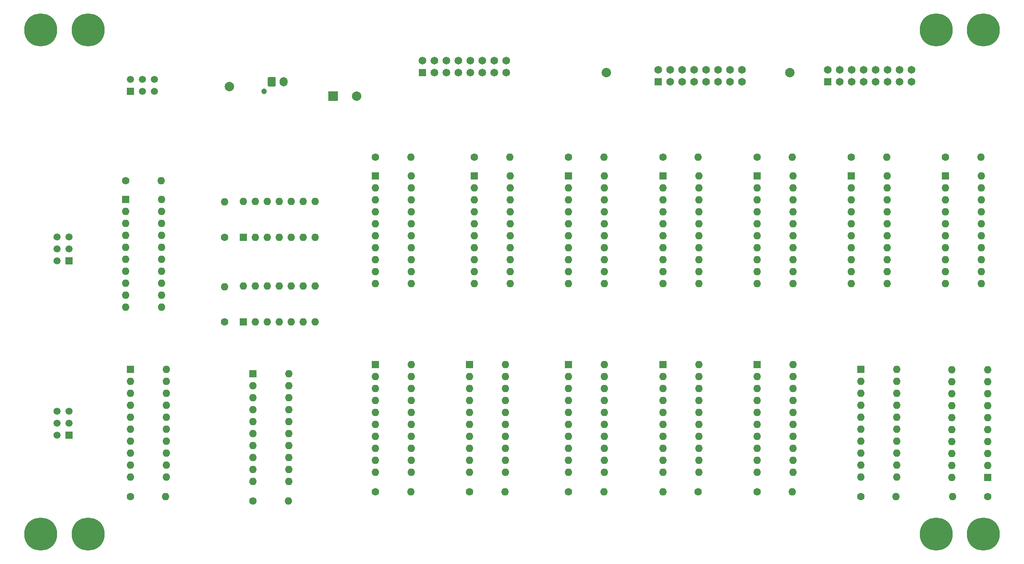
<source format=gbr>
%TF.GenerationSoftware,KiCad,Pcbnew,(5.1.10)-1*%
%TF.CreationDate,2021-10-27T21:26:06+02:00*%
%TF.ProjectId,General Purpose RF,47656e65-7261-46c2-9050-7572706f7365,rev1.0*%
%TF.SameCoordinates,Original*%
%TF.FileFunction,Soldermask,Top*%
%TF.FilePolarity,Negative*%
%FSLAX46Y46*%
G04 Gerber Fmt 4.6, Leading zero omitted, Abs format (unit mm)*
G04 Created by KiCad (PCBNEW (5.1.10)-1) date 2021-10-27 21:26:06*
%MOMM*%
%LPD*%
G01*
G04 APERTURE LIST*
%ADD10C,2.000000*%
%ADD11R,2.000000X2.000000*%
%ADD12C,1.650000*%
%ADD13R,1.650000X1.650000*%
%ADD14C,1.500000*%
%ADD15R,1.500000X1.500000*%
%ADD16O,1.600000X1.600000*%
%ADD17R,1.600000X1.600000*%
%ADD18C,0.800000*%
%ADD19C,7.000000*%
%ADD20C,1.600000*%
%ADD21C,1.200000*%
%ADD22O,1.700000X2.000000*%
G04 APERTURE END LIST*
D10*
%TO.C,C_BOARD1*%
X122000000Y-42000000D03*
D11*
X117000000Y-42000000D03*
%TD*%
D10*
%TO.C,~R2OE7*%
X214000000Y-37000000D03*
%TD*%
%TO.C,~R1OE7*%
X175000000Y-37000000D03*
%TD*%
D12*
%TO.C,Write1*%
X153780000Y-34460000D03*
X153780000Y-37000000D03*
X151240000Y-34460000D03*
X151240000Y-37000000D03*
X148700000Y-34460000D03*
X148700000Y-37000000D03*
X146160000Y-34460000D03*
X146160000Y-37000000D03*
X143620000Y-34460000D03*
X143620000Y-37000000D03*
X141080000Y-34460000D03*
X141080000Y-37000000D03*
X138540000Y-34460000D03*
X138540000Y-37000000D03*
X136000000Y-34460000D03*
D13*
X136000000Y-37000000D03*
%TD*%
D14*
%TO.C,W1*%
X79080000Y-38460000D03*
X76540000Y-38460000D03*
X74000000Y-38460000D03*
X79080000Y-41000000D03*
X76540000Y-41000000D03*
D15*
X74000000Y-41000000D03*
%TD*%
D12*
%TO.C,Read2*%
X239780000Y-36460000D03*
X239780000Y-39000000D03*
X237240000Y-36460000D03*
X237240000Y-39000000D03*
X234700000Y-36460000D03*
X234700000Y-39000000D03*
X232160000Y-36460000D03*
X232160000Y-39000000D03*
X229620000Y-36460000D03*
X229620000Y-39000000D03*
X227080000Y-36460000D03*
X227080000Y-39000000D03*
X224540000Y-36460000D03*
X224540000Y-39000000D03*
X222000000Y-36460000D03*
D13*
X222000000Y-39000000D03*
%TD*%
D12*
%TO.C,Read1*%
X203780000Y-36460000D03*
X203780000Y-39000000D03*
X201240000Y-36460000D03*
X201240000Y-39000000D03*
X198700000Y-36460000D03*
X198700000Y-39000000D03*
X196160000Y-36460000D03*
X196160000Y-39000000D03*
X193620000Y-36460000D03*
X193620000Y-39000000D03*
X191080000Y-36460000D03*
X191080000Y-39000000D03*
X188540000Y-36460000D03*
X188540000Y-39000000D03*
X186000000Y-36460000D03*
D13*
X186000000Y-39000000D03*
%TD*%
D14*
%TO.C,Read 2 ID*%
X58460000Y-71920000D03*
X58460000Y-74460000D03*
X58460000Y-77000000D03*
X61000000Y-71920000D03*
X61000000Y-74460000D03*
D15*
X61000000Y-77000000D03*
%TD*%
D16*
%TO.C,Latch8B6*%
X254620000Y-59000000D03*
X247000000Y-81860000D03*
X254620000Y-61540000D03*
X247000000Y-79320000D03*
X254620000Y-64080000D03*
X247000000Y-76780000D03*
X254620000Y-66620000D03*
X247000000Y-74240000D03*
X254620000Y-69160000D03*
X247000000Y-71700000D03*
X254620000Y-71700000D03*
X247000000Y-69160000D03*
X254620000Y-74240000D03*
X247000000Y-66620000D03*
X254620000Y-76780000D03*
X247000000Y-64080000D03*
X254620000Y-79320000D03*
X247000000Y-61540000D03*
X254620000Y-81860000D03*
D17*
X247000000Y-59000000D03*
%TD*%
D16*
%TO.C,Latch8B5*%
X234620000Y-59000000D03*
X227000000Y-81860000D03*
X234620000Y-61540000D03*
X227000000Y-79320000D03*
X234620000Y-64080000D03*
X227000000Y-76780000D03*
X234620000Y-66620000D03*
X227000000Y-74240000D03*
X234620000Y-69160000D03*
X227000000Y-71700000D03*
X234620000Y-71700000D03*
X227000000Y-69160000D03*
X234620000Y-74240000D03*
X227000000Y-66620000D03*
X234620000Y-76780000D03*
X227000000Y-64080000D03*
X234620000Y-79320000D03*
X227000000Y-61540000D03*
X234620000Y-81860000D03*
D17*
X227000000Y-59000000D03*
%TD*%
D16*
%TO.C,Latch8B4*%
X214620000Y-59000000D03*
X207000000Y-81860000D03*
X214620000Y-61540000D03*
X207000000Y-79320000D03*
X214620000Y-64080000D03*
X207000000Y-76780000D03*
X214620000Y-66620000D03*
X207000000Y-74240000D03*
X214620000Y-69160000D03*
X207000000Y-71700000D03*
X214620000Y-71700000D03*
X207000000Y-69160000D03*
X214620000Y-74240000D03*
X207000000Y-66620000D03*
X214620000Y-76780000D03*
X207000000Y-64080000D03*
X214620000Y-79320000D03*
X207000000Y-61540000D03*
X214620000Y-81860000D03*
D17*
X207000000Y-59000000D03*
%TD*%
D16*
%TO.C,Latch8B3*%
X194620000Y-59000000D03*
X187000000Y-81860000D03*
X194620000Y-61540000D03*
X187000000Y-79320000D03*
X194620000Y-64080000D03*
X187000000Y-76780000D03*
X194620000Y-66620000D03*
X187000000Y-74240000D03*
X194620000Y-69160000D03*
X187000000Y-71700000D03*
X194620000Y-71700000D03*
X187000000Y-69160000D03*
X194620000Y-74240000D03*
X187000000Y-66620000D03*
X194620000Y-76780000D03*
X187000000Y-64080000D03*
X194620000Y-79320000D03*
X187000000Y-61540000D03*
X194620000Y-81860000D03*
D17*
X187000000Y-59000000D03*
%TD*%
D16*
%TO.C,Latch8B2*%
X174620000Y-59000000D03*
X167000000Y-81860000D03*
X174620000Y-61540000D03*
X167000000Y-79320000D03*
X174620000Y-64080000D03*
X167000000Y-76780000D03*
X174620000Y-66620000D03*
X167000000Y-74240000D03*
X174620000Y-69160000D03*
X167000000Y-71700000D03*
X174620000Y-71700000D03*
X167000000Y-69160000D03*
X174620000Y-74240000D03*
X167000000Y-66620000D03*
X174620000Y-76780000D03*
X167000000Y-64080000D03*
X174620000Y-79320000D03*
X167000000Y-61540000D03*
X174620000Y-81860000D03*
D17*
X167000000Y-59000000D03*
%TD*%
D16*
%TO.C,Latch8B1*%
X154620000Y-59000000D03*
X147000000Y-81860000D03*
X154620000Y-61540000D03*
X147000000Y-79320000D03*
X154620000Y-64080000D03*
X147000000Y-76780000D03*
X154620000Y-66620000D03*
X147000000Y-74240000D03*
X154620000Y-69160000D03*
X147000000Y-71700000D03*
X154620000Y-71700000D03*
X147000000Y-69160000D03*
X154620000Y-74240000D03*
X147000000Y-66620000D03*
X154620000Y-76780000D03*
X147000000Y-64080000D03*
X154620000Y-79320000D03*
X147000000Y-61540000D03*
X154620000Y-81860000D03*
D17*
X147000000Y-59000000D03*
%TD*%
D16*
%TO.C,Latch8B0*%
X133620000Y-59000000D03*
X126000000Y-81860000D03*
X133620000Y-61540000D03*
X126000000Y-79320000D03*
X133620000Y-64080000D03*
X126000000Y-76780000D03*
X133620000Y-66620000D03*
X126000000Y-74240000D03*
X133620000Y-69160000D03*
X126000000Y-71700000D03*
X133620000Y-71700000D03*
X126000000Y-69160000D03*
X133620000Y-74240000D03*
X126000000Y-66620000D03*
X133620000Y-76780000D03*
X126000000Y-64080000D03*
X133620000Y-79320000D03*
X126000000Y-61540000D03*
X133620000Y-81860000D03*
D17*
X126000000Y-59000000D03*
%TD*%
D16*
%TO.C,Latch8A6*%
X248380000Y-123000000D03*
X256000000Y-100140000D03*
X248380000Y-120460000D03*
X256000000Y-102680000D03*
X248380000Y-117920000D03*
X256000000Y-105220000D03*
X248380000Y-115380000D03*
X256000000Y-107760000D03*
X248380000Y-112840000D03*
X256000000Y-110300000D03*
X248380000Y-110300000D03*
X256000000Y-112840000D03*
X248380000Y-107760000D03*
X256000000Y-115380000D03*
X248380000Y-105220000D03*
X256000000Y-117920000D03*
X248380000Y-102680000D03*
X256000000Y-120460000D03*
X248380000Y-100140000D03*
D17*
X256000000Y-123000000D03*
%TD*%
D16*
%TO.C,Latch8A5*%
X236620000Y-100000000D03*
X229000000Y-122860000D03*
X236620000Y-102540000D03*
X229000000Y-120320000D03*
X236620000Y-105080000D03*
X229000000Y-117780000D03*
X236620000Y-107620000D03*
X229000000Y-115240000D03*
X236620000Y-110160000D03*
X229000000Y-112700000D03*
X236620000Y-112700000D03*
X229000000Y-110160000D03*
X236620000Y-115240000D03*
X229000000Y-107620000D03*
X236620000Y-117780000D03*
X229000000Y-105080000D03*
X236620000Y-120320000D03*
X229000000Y-102540000D03*
X236620000Y-122860000D03*
D17*
X229000000Y-100000000D03*
%TD*%
D16*
%TO.C,Latch8A4*%
X214620000Y-99000000D03*
X207000000Y-121860000D03*
X214620000Y-101540000D03*
X207000000Y-119320000D03*
X214620000Y-104080000D03*
X207000000Y-116780000D03*
X214620000Y-106620000D03*
X207000000Y-114240000D03*
X214620000Y-109160000D03*
X207000000Y-111700000D03*
X214620000Y-111700000D03*
X207000000Y-109160000D03*
X214620000Y-114240000D03*
X207000000Y-106620000D03*
X214620000Y-116780000D03*
X207000000Y-104080000D03*
X214620000Y-119320000D03*
X207000000Y-101540000D03*
X214620000Y-121860000D03*
D17*
X207000000Y-99000000D03*
%TD*%
D16*
%TO.C,Latch8A3*%
X194620000Y-99000000D03*
X187000000Y-121860000D03*
X194620000Y-101540000D03*
X187000000Y-119320000D03*
X194620000Y-104080000D03*
X187000000Y-116780000D03*
X194620000Y-106620000D03*
X187000000Y-114240000D03*
X194620000Y-109160000D03*
X187000000Y-111700000D03*
X194620000Y-111700000D03*
X187000000Y-109160000D03*
X194620000Y-114240000D03*
X187000000Y-106620000D03*
X194620000Y-116780000D03*
X187000000Y-104080000D03*
X194620000Y-119320000D03*
X187000000Y-101540000D03*
X194620000Y-121860000D03*
D17*
X187000000Y-99000000D03*
%TD*%
D16*
%TO.C,Latch8A2*%
X174620000Y-99000000D03*
X167000000Y-121860000D03*
X174620000Y-101540000D03*
X167000000Y-119320000D03*
X174620000Y-104080000D03*
X167000000Y-116780000D03*
X174620000Y-106620000D03*
X167000000Y-114240000D03*
X174620000Y-109160000D03*
X167000000Y-111700000D03*
X174620000Y-111700000D03*
X167000000Y-109160000D03*
X174620000Y-114240000D03*
X167000000Y-106620000D03*
X174620000Y-116780000D03*
X167000000Y-104080000D03*
X174620000Y-119320000D03*
X167000000Y-101540000D03*
X174620000Y-121860000D03*
D17*
X167000000Y-99000000D03*
%TD*%
D16*
%TO.C,Latch8A1*%
X153620000Y-99000000D03*
X146000000Y-121860000D03*
X153620000Y-101540000D03*
X146000000Y-119320000D03*
X153620000Y-104080000D03*
X146000000Y-116780000D03*
X153620000Y-106620000D03*
X146000000Y-114240000D03*
X153620000Y-109160000D03*
X146000000Y-111700000D03*
X153620000Y-111700000D03*
X146000000Y-109160000D03*
X153620000Y-114240000D03*
X146000000Y-106620000D03*
X153620000Y-116780000D03*
X146000000Y-104080000D03*
X153620000Y-119320000D03*
X146000000Y-101540000D03*
X153620000Y-121860000D03*
D17*
X146000000Y-99000000D03*
%TD*%
D16*
%TO.C,Latch8A0*%
X133620000Y-99000000D03*
X126000000Y-121860000D03*
X133620000Y-101540000D03*
X126000000Y-119320000D03*
X133620000Y-104080000D03*
X126000000Y-116780000D03*
X133620000Y-106620000D03*
X126000000Y-114240000D03*
X133620000Y-109160000D03*
X126000000Y-111700000D03*
X133620000Y-111700000D03*
X126000000Y-109160000D03*
X133620000Y-114240000D03*
X126000000Y-106620000D03*
X133620000Y-116780000D03*
X126000000Y-104080000D03*
X133620000Y-119320000D03*
X126000000Y-101540000D03*
X133620000Y-121860000D03*
D17*
X126000000Y-99000000D03*
%TD*%
D14*
%TO.C,Read 1 ID*%
X58460000Y-108920000D03*
X58460000Y-111460000D03*
X58460000Y-114000000D03*
X61000000Y-108920000D03*
X61000000Y-111460000D03*
D15*
X61000000Y-114000000D03*
%TD*%
D16*
%TO.C,INV2*%
X98000000Y-82380000D03*
X113240000Y-90000000D03*
X100540000Y-82380000D03*
X110700000Y-90000000D03*
X103080000Y-82380000D03*
X108160000Y-90000000D03*
X105620000Y-82380000D03*
X105620000Y-90000000D03*
X108160000Y-82380000D03*
X103080000Y-90000000D03*
X110700000Y-82380000D03*
X100540000Y-90000000D03*
X113240000Y-82380000D03*
D17*
X98000000Y-90000000D03*
%TD*%
D16*
%TO.C,INV1*%
X98000000Y-64380000D03*
X113240000Y-72000000D03*
X100540000Y-64380000D03*
X110700000Y-72000000D03*
X103080000Y-64380000D03*
X108160000Y-72000000D03*
X105620000Y-64380000D03*
X105620000Y-72000000D03*
X108160000Y-64380000D03*
X103080000Y-72000000D03*
X110700000Y-64380000D03*
X100540000Y-72000000D03*
X113240000Y-64380000D03*
D17*
X98000000Y-72000000D03*
%TD*%
D18*
%TO.C,H8*%
X246856155Y-26143845D03*
X245000000Y-25375000D03*
X243143845Y-26143845D03*
X242375000Y-28000000D03*
X243143845Y-29856155D03*
X245000000Y-30625000D03*
X246856155Y-29856155D03*
X247625000Y-28000000D03*
D19*
X245000000Y-28000000D03*
%TD*%
D18*
%TO.C,H7*%
X66856155Y-133143845D03*
X65000000Y-132375000D03*
X63143845Y-133143845D03*
X62375000Y-135000000D03*
X63143845Y-136856155D03*
X65000000Y-137625000D03*
X66856155Y-136856155D03*
X67625000Y-135000000D03*
D19*
X65000000Y-135000000D03*
%TD*%
D18*
%TO.C,H6*%
X66856155Y-26143845D03*
X65000000Y-25375000D03*
X63143845Y-26143845D03*
X62375000Y-28000000D03*
X63143845Y-29856155D03*
X65000000Y-30625000D03*
X66856155Y-29856155D03*
X67625000Y-28000000D03*
D19*
X65000000Y-28000000D03*
%TD*%
D18*
%TO.C,H5*%
X56856155Y-26143845D03*
X55000000Y-25375000D03*
X53143845Y-26143845D03*
X52375000Y-28000000D03*
X53143845Y-29856155D03*
X55000000Y-30625000D03*
X56856155Y-29856155D03*
X57625000Y-28000000D03*
D19*
X55000000Y-28000000D03*
%TD*%
D18*
%TO.C,H4*%
X56856155Y-133143845D03*
X55000000Y-132375000D03*
X53143845Y-133143845D03*
X52375000Y-135000000D03*
X53143845Y-136856155D03*
X55000000Y-137625000D03*
X56856155Y-136856155D03*
X57625000Y-135000000D03*
D19*
X55000000Y-135000000D03*
%TD*%
D18*
%TO.C,H3*%
X246856155Y-133143845D03*
X245000000Y-132375000D03*
X243143845Y-133143845D03*
X242375000Y-135000000D03*
X243143845Y-136856155D03*
X245000000Y-137625000D03*
X246856155Y-136856155D03*
X247625000Y-135000000D03*
D19*
X245000000Y-135000000D03*
%TD*%
D18*
%TO.C,H2*%
X256856155Y-26143845D03*
X255000000Y-25375000D03*
X253143845Y-26143845D03*
X252375000Y-28000000D03*
X253143845Y-29856155D03*
X255000000Y-30625000D03*
X256856155Y-29856155D03*
X257625000Y-28000000D03*
D19*
X255000000Y-28000000D03*
%TD*%
D18*
%TO.C,H1*%
X256856155Y-133143845D03*
X255000000Y-132375000D03*
X253143845Y-133143845D03*
X252375000Y-135000000D03*
X253143845Y-136856155D03*
X255000000Y-137625000D03*
X256856155Y-136856155D03*
X257625000Y-135000000D03*
D19*
X255000000Y-135000000D03*
%TD*%
D16*
%TO.C,DECRead2*%
X107620000Y-101000000D03*
X100000000Y-123860000D03*
X107620000Y-103540000D03*
X100000000Y-121320000D03*
X107620000Y-106080000D03*
X100000000Y-118780000D03*
X107620000Y-108620000D03*
X100000000Y-116240000D03*
X107620000Y-111160000D03*
X100000000Y-113700000D03*
X107620000Y-113700000D03*
X100000000Y-111160000D03*
X107620000Y-116240000D03*
X100000000Y-108620000D03*
X107620000Y-118780000D03*
X100000000Y-106080000D03*
X107620000Y-121320000D03*
X100000000Y-103540000D03*
X107620000Y-123860000D03*
D17*
X100000000Y-101000000D03*
%TD*%
D16*
%TO.C,DECRead1*%
X81620000Y-100000000D03*
X74000000Y-122860000D03*
X81620000Y-102540000D03*
X74000000Y-120320000D03*
X81620000Y-105080000D03*
X74000000Y-117780000D03*
X81620000Y-107620000D03*
X74000000Y-115240000D03*
X81620000Y-110160000D03*
X74000000Y-112700000D03*
X81620000Y-112700000D03*
X74000000Y-110160000D03*
X81620000Y-115240000D03*
X74000000Y-107620000D03*
X81620000Y-117780000D03*
X74000000Y-105080000D03*
X81620000Y-120320000D03*
X74000000Y-102540000D03*
X81620000Y-122860000D03*
D17*
X74000000Y-100000000D03*
%TD*%
D16*
%TO.C,DECWrite1*%
X80620000Y-64000000D03*
X73000000Y-86860000D03*
X80620000Y-66540000D03*
X73000000Y-84320000D03*
X80620000Y-69080000D03*
X73000000Y-81780000D03*
X80620000Y-71620000D03*
X73000000Y-79240000D03*
X80620000Y-74160000D03*
X73000000Y-76700000D03*
X80620000Y-76700000D03*
X73000000Y-74160000D03*
X80620000Y-79240000D03*
X73000000Y-71620000D03*
X80620000Y-81780000D03*
X73000000Y-69080000D03*
X80620000Y-84320000D03*
X73000000Y-66540000D03*
X80620000Y-86860000D03*
D17*
X73000000Y-64000000D03*
%TD*%
D16*
%TO.C,CB6*%
X254500000Y-55000000D03*
D20*
X247000000Y-55000000D03*
%TD*%
D16*
%TO.C,CB5*%
X234500000Y-55000000D03*
D20*
X227000000Y-55000000D03*
%TD*%
D16*
%TO.C,CB4*%
X214500000Y-55000000D03*
D20*
X207000000Y-55000000D03*
%TD*%
D16*
%TO.C,CB3*%
X194500000Y-55000000D03*
D20*
X187000000Y-55000000D03*
%TD*%
D16*
%TO.C,CB2*%
X174500000Y-55000000D03*
D20*
X167000000Y-55000000D03*
%TD*%
D16*
%TO.C,CB1*%
X154500000Y-55000000D03*
D20*
X147000000Y-55000000D03*
%TD*%
D16*
%TO.C,CB0*%
X133500000Y-55000000D03*
D20*
X126000000Y-55000000D03*
%TD*%
D16*
%TO.C,CA11*%
X94000000Y-82500000D03*
D20*
X94000000Y-90000000D03*
%TD*%
D16*
%TO.C,CA10*%
X94000000Y-64500000D03*
D20*
X94000000Y-72000000D03*
%TD*%
D16*
%TO.C,CA9*%
X107500000Y-128000000D03*
D20*
X100000000Y-128000000D03*
%TD*%
D16*
%TO.C,CA8*%
X81500000Y-127000000D03*
D20*
X74000000Y-127000000D03*
%TD*%
D16*
%TO.C,CA7*%
X80500000Y-60000000D03*
D20*
X73000000Y-60000000D03*
%TD*%
D16*
%TO.C,CA6*%
X248500000Y-127000000D03*
D20*
X256000000Y-127000000D03*
%TD*%
D16*
%TO.C,CA5*%
X236500000Y-127000000D03*
D20*
X229000000Y-127000000D03*
%TD*%
D16*
%TO.C,CA4*%
X214500000Y-126000000D03*
D20*
X207000000Y-126000000D03*
%TD*%
D16*
%TO.C,CA3*%
X187000000Y-126000000D03*
D20*
X194500000Y-126000000D03*
%TD*%
D16*
%TO.C,CA2*%
X174500000Y-126000000D03*
D20*
X167000000Y-126000000D03*
%TD*%
D16*
%TO.C,CA1*%
X153500000Y-126000000D03*
D20*
X146000000Y-126000000D03*
%TD*%
D16*
%TO.C,CA0*%
X133500000Y-126000000D03*
D20*
X126000000Y-126000000D03*
%TD*%
D10*
%TO.C,7WE1*%
X95000000Y-40000000D03*
%TD*%
D21*
%TO.C,5V/GND1*%
X102400000Y-41000000D03*
D22*
X106500000Y-39000000D03*
G36*
G01*
X103150000Y-39750000D02*
X103150000Y-38250000D01*
G75*
G02*
X103400000Y-38000000I250000J0D01*
G01*
X104600000Y-38000000D01*
G75*
G02*
X104850000Y-38250000I0J-250000D01*
G01*
X104850000Y-39750000D01*
G75*
G02*
X104600000Y-40000000I-250000J0D01*
G01*
X103400000Y-40000000D01*
G75*
G02*
X103150000Y-39750000I0J250000D01*
G01*
G37*
%TD*%
M02*

</source>
